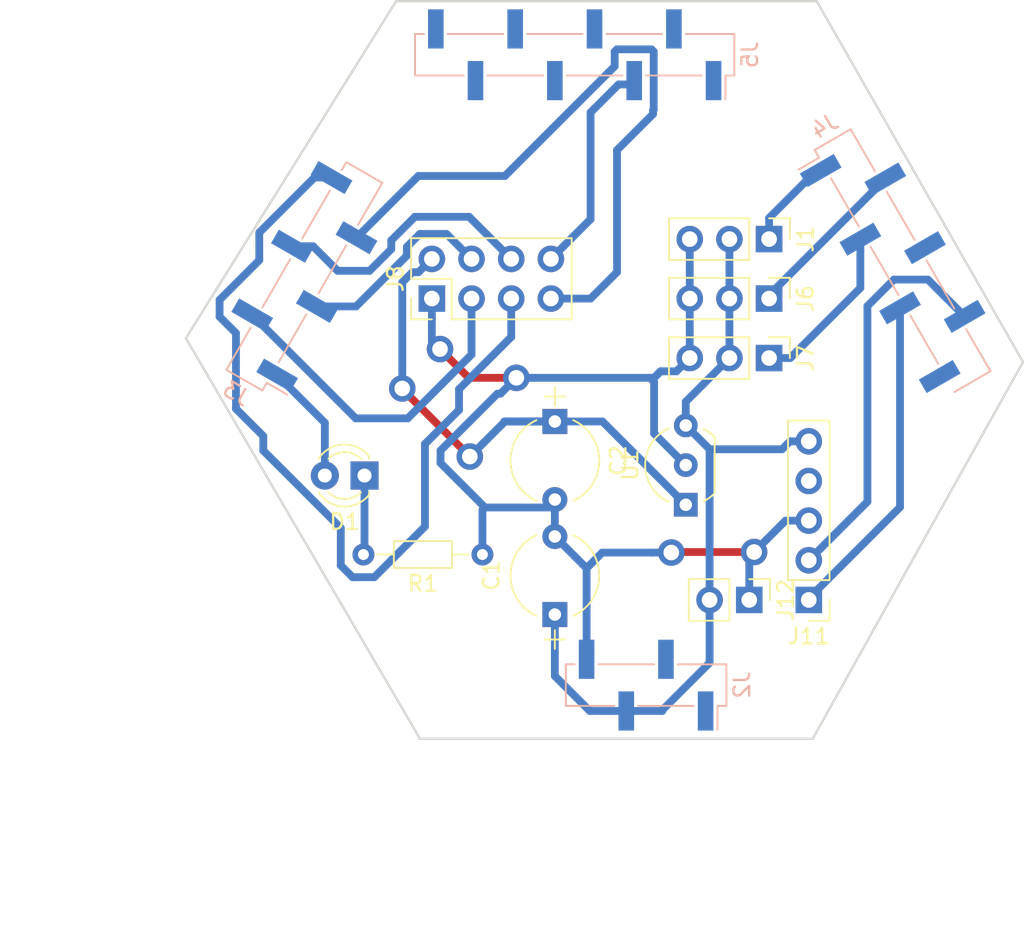
<source format=kicad_pcb>
(kicad_pcb (version 4) (host pcbnew 4.0.7-e2-6376~58~ubuntu14.04.1)

  (general
    (links 32)
    (no_connects 0)
    (area 150.699353 80.991999 216.910061 143.416)
    (thickness 1.6)
    (drawings 14)
    (tracks 160)
    (zones 0)
    (modules 15)
    (nets 17)
  )

  (page A4)
  (layers
    (0 F.Cu signal)
    (31 B.Cu signal)
    (32 B.Adhes user)
    (33 F.Adhes user)
    (34 B.Paste user)
    (35 F.Paste user)
    (36 B.SilkS user)
    (37 F.SilkS user)
    (38 B.Mask user)
    (39 F.Mask user)
    (40 Dwgs.User user)
    (41 Cmts.User user)
    (42 Eco1.User user)
    (43 Eco2.User user)
    (44 Edge.Cuts user)
    (45 Margin user hide)
    (46 B.CrtYd user hide)
    (47 F.CrtYd user hide)
    (48 B.Fab user hide)
    (49 F.Fab user hide)
  )

  (setup
    (last_trace_width 0.5)
    (trace_clearance 0.5)
    (zone_clearance 0.508)
    (zone_45_only no)
    (trace_min 0.5)
    (segment_width 0.15)
    (edge_width 0.15)
    (via_size 0.6)
    (via_drill 0.4)
    (via_min_size 0.4)
    (via_min_drill 0.3)
    (uvia_size 0.3)
    (uvia_drill 0.1)
    (uvias_allowed no)
    (uvia_min_size 0.2)
    (uvia_min_drill 0.1)
    (pcb_text_width 0.3)
    (pcb_text_size 1.5 1.5)
    (mod_edge_width 0.15)
    (mod_text_size 1 1)
    (mod_text_width 0.15)
    (pad_size 1.524 1.524)
    (pad_drill 0.762)
    (pad_to_mask_clearance 0.2)
    (aux_axis_origin 0 0)
    (visible_elements FFFFEF7F)
    (pcbplotparams
      (layerselection 0x01000_80000000)
      (usegerberextensions false)
      (excludeedgelayer true)
      (linewidth 0.100000)
      (plotframeref false)
      (viasonmask false)
      (mode 1)
      (useauxorigin false)
      (hpglpennumber 1)
      (hpglpenspeed 20)
      (hpglpendiameter 15)
      (hpglpenoverlay 2)
      (psnegative false)
      (psa4output false)
      (plotreference false)
      (plotvalue false)
      (plotinvisibletext false)
      (padsonsilk false)
      (subtractmaskfromsilk false)
      (outputformat 1)
      (mirror false)
      (drillshape 0)
      (scaleselection 1)
      (outputdirectory gerber))
  )

  (net 0 "")
  (net 1 "Net-(J1-Pad1)")
  (net 2 +5V)
  (net 3 Earth)
  (net 4 "Net-(D1-Pad1)")
  (net 5 "Net-(D1-Pad2)")
  (net 6 "Net-(J4-Pad2)")
  (net 7 "Net-(J4-Pad3)")
  (net 8 /CE)
  (net 9 /MOSI)
  (net 10 /MISO)
  (net 11 /SCK)
  (net 12 /IRQ)
  (net 13 /Reg3v)
  (net 14 /SCL)
  (net 15 /SDA)
  (net 16 "Net-(J3-Pad3)")

  (net_class Default "This is the default net class."
    (clearance 0.5)
    (trace_width 0.5)
    (via_dia 0.6)
    (via_drill 0.4)
    (uvia_dia 0.3)
    (uvia_drill 0.1)
    (add_net +5V)
    (add_net /CE)
    (add_net /IRQ)
    (add_net /MISO)
    (add_net /MOSI)
    (add_net /Reg3v)
    (add_net /SCK)
    (add_net /SCL)
    (add_net /SDA)
    (add_net Earth)
    (add_net "Net-(D1-Pad1)")
    (add_net "Net-(D1-Pad2)")
    (add_net "Net-(J1-Pad1)")
    (add_net "Net-(J3-Pad3)")
    (add_net "Net-(J4-Pad2)")
    (add_net "Net-(J4-Pad3)")
  )

  (module Pin_Headers:Pin_Header_Straight_1x06_Pitch2.54mm_SMD_Pin1Right (layer B.Cu) (tedit 59650532) (tstamp 5C98E62F)
    (at 170.397728 99.159761 330)
    (descr "surface-mounted straight pin header, 1x06, 2.54mm pitch, single row, style 2 (pin 1 right)")
    (tags "Surface mounted pin header SMD 1x06 2.54mm single row style2 pin1 right")
    (path /5AB7CA31)
    (attr smd)
    (fp_text reference J3 (at 0 8.68 330) (layer B.SilkS)
      (effects (font (size 1 1) (thickness 0.15)) (justify mirror))
    )
    (fp_text value "Port B" (at 0 -8.68 330) (layer B.Fab)
      (effects (font (size 1 1) (thickness 0.15)) (justify mirror))
    )
    (fp_line (start 1.27 -7.62) (end -1.27 -7.62) (layer B.Fab) (width 0.1))
    (fp_line (start -1.27 7.62) (end 0.32 7.62) (layer B.Fab) (width 0.1))
    (fp_line (start 1.27 -7.62) (end 1.27 6.67) (layer B.Fab) (width 0.1))
    (fp_line (start 1.27 6.67) (end 0.32 7.62) (layer B.Fab) (width 0.1))
    (fp_line (start -1.27 7.62) (end -1.27 -7.62) (layer B.Fab) (width 0.1))
    (fp_line (start -1.27 4.13) (end -2.54 4.13) (layer B.Fab) (width 0.1))
    (fp_line (start -2.54 4.13) (end -2.54 3.49) (layer B.Fab) (width 0.1))
    (fp_line (start -2.54 3.49) (end -1.27 3.49) (layer B.Fab) (width 0.1))
    (fp_line (start -1.27 -0.95) (end -2.54 -0.95) (layer B.Fab) (width 0.1))
    (fp_line (start -2.54 -0.95) (end -2.54 -1.59) (layer B.Fab) (width 0.1))
    (fp_line (start -2.54 -1.59) (end -1.27 -1.59) (layer B.Fab) (width 0.1))
    (fp_line (start -1.27 -6.03) (end -2.54 -6.03) (layer B.Fab) (width 0.1))
    (fp_line (start -2.54 -6.03) (end -2.54 -6.67) (layer B.Fab) (width 0.1))
    (fp_line (start -2.54 -6.67) (end -1.27 -6.67) (layer B.Fab) (width 0.1))
    (fp_line (start 1.27 6.67) (end 2.54 6.67) (layer B.Fab) (width 0.1))
    (fp_line (start 2.54 6.67) (end 2.54 6.03) (layer B.Fab) (width 0.1))
    (fp_line (start 2.54 6.03) (end 1.27 6.03) (layer B.Fab) (width 0.1))
    (fp_line (start 1.27 1.59) (end 2.54 1.59) (layer B.Fab) (width 0.1))
    (fp_line (start 2.54 1.59) (end 2.54 0.95) (layer B.Fab) (width 0.1))
    (fp_line (start 2.54 0.95) (end 1.27 0.95) (layer B.Fab) (width 0.1))
    (fp_line (start 1.27 -3.49) (end 2.54 -3.49) (layer B.Fab) (width 0.1))
    (fp_line (start 2.54 -3.49) (end 2.54 -4.13) (layer B.Fab) (width 0.1))
    (fp_line (start 2.54 -4.13) (end 1.27 -4.13) (layer B.Fab) (width 0.1))
    (fp_line (start -1.33 7.68) (end 1.33 7.68) (layer B.SilkS) (width 0.12))
    (fp_line (start -1.33 -7.68) (end 1.33 -7.68) (layer B.SilkS) (width 0.12))
    (fp_line (start 1.33 5.59) (end 1.33 2.03) (layer B.SilkS) (width 0.12))
    (fp_line (start 1.33 0.51) (end 1.33 -3.05) (layer B.SilkS) (width 0.12))
    (fp_line (start 1.33 -4.57) (end 1.33 -7.68) (layer B.SilkS) (width 0.12))
    (fp_line (start -1.33 7.68) (end -1.33 4.57) (layer B.SilkS) (width 0.12))
    (fp_line (start 1.33 7.11) (end 2.85 7.11) (layer B.SilkS) (width 0.12))
    (fp_line (start 1.33 7.68) (end 1.33 7.11) (layer B.SilkS) (width 0.12))
    (fp_line (start -1.33 -7.11) (end -1.33 -7.68) (layer B.SilkS) (width 0.12))
    (fp_line (start -1.33 3.05) (end -1.33 -0.51) (layer B.SilkS) (width 0.12))
    (fp_line (start -1.33 -2.03) (end -1.33 -5.59) (layer B.SilkS) (width 0.12))
    (fp_line (start -3.45 8.15) (end -3.45 -8.15) (layer B.CrtYd) (width 0.05))
    (fp_line (start -3.45 -8.15) (end 3.45 -8.15) (layer B.CrtYd) (width 0.05))
    (fp_line (start 3.45 -8.15) (end 3.45 8.15) (layer B.CrtYd) (width 0.05))
    (fp_line (start 3.45 8.15) (end -3.45 8.15) (layer B.CrtYd) (width 0.05))
    (fp_text user %R (at 0 0 600) (layer B.Fab)
      (effects (font (size 1 1) (thickness 0.15)) (justify mirror))
    )
    (pad 2 smd rect (at -1.655 3.81 330) (size 2.51 1) (layers B.Cu B.Paste B.Mask)
      (net 8 /CE))
    (pad 4 smd rect (at -1.655 -1.27 330) (size 2.51 1) (layers B.Cu B.Paste B.Mask)
      (net 9 /MOSI))
    (pad 6 smd rect (at -1.655 -6.35 330) (size 2.51 1) (layers B.Cu B.Paste B.Mask)
      (net 11 /SCK))
    (pad 1 smd rect (at 1.655 6.35 330) (size 2.51 1) (layers B.Cu B.Paste B.Mask)
      (net 5 "Net-(D1-Pad2)"))
    (pad 3 smd rect (at 1.655 1.27 330) (size 2.51 1) (layers B.Cu B.Paste B.Mask)
      (net 16 "Net-(J3-Pad3)"))
    (pad 5 smd rect (at 1.655 -3.81 330) (size 2.51 1) (layers B.Cu B.Paste B.Mask)
      (net 10 /MISO))
    (model ${KISYS3DMOD}/Pin_Headers.3dshapes/Pin_Header_Straight_1x06_Pitch2.54mm_SMD_Pin1Right.wrl
      (at (xyz 0 0 0))
      (scale (xyz 1 1 1))
      (rotate (xyz 0 0 0))
    )
  )

  (module Pin_Headers:Pin_Header_Straight_1x03_Pitch2.54mm (layer F.Cu) (tedit 59650532) (tstamp 5C923A64)
    (at 200.152 100.584 270)
    (descr "Through hole straight pin header, 1x03, 2.54mm pitch, single row")
    (tags "Through hole pin header THT 1x03 2.54mm single row")
    (path /5BBB46C0)
    (fp_text reference J6 (at 0 -2.33 270) (layer F.SilkS)
      (effects (font (size 1 1) (thickness 0.15)))
    )
    (fp_text value "Servo 2" (at 0 7.41 270) (layer F.Fab)
      (effects (font (size 1 1) (thickness 0.15)))
    )
    (fp_line (start -0.635 -1.27) (end 1.27 -1.27) (layer F.Fab) (width 0.1))
    (fp_line (start 1.27 -1.27) (end 1.27 6.35) (layer F.Fab) (width 0.1))
    (fp_line (start 1.27 6.35) (end -1.27 6.35) (layer F.Fab) (width 0.1))
    (fp_line (start -1.27 6.35) (end -1.27 -0.635) (layer F.Fab) (width 0.1))
    (fp_line (start -1.27 -0.635) (end -0.635 -1.27) (layer F.Fab) (width 0.1))
    (fp_line (start -1.33 6.41) (end 1.33 6.41) (layer F.SilkS) (width 0.12))
    (fp_line (start -1.33 1.27) (end -1.33 6.41) (layer F.SilkS) (width 0.12))
    (fp_line (start 1.33 1.27) (end 1.33 6.41) (layer F.SilkS) (width 0.12))
    (fp_line (start -1.33 1.27) (end 1.33 1.27) (layer F.SilkS) (width 0.12))
    (fp_line (start -1.33 0) (end -1.33 -1.33) (layer F.SilkS) (width 0.12))
    (fp_line (start -1.33 -1.33) (end 0 -1.33) (layer F.SilkS) (width 0.12))
    (fp_line (start -1.8 -1.8) (end -1.8 6.85) (layer F.CrtYd) (width 0.05))
    (fp_line (start -1.8 6.85) (end 1.8 6.85) (layer F.CrtYd) (width 0.05))
    (fp_line (start 1.8 6.85) (end 1.8 -1.8) (layer F.CrtYd) (width 0.05))
    (fp_line (start 1.8 -1.8) (end -1.8 -1.8) (layer F.CrtYd) (width 0.05))
    (fp_text user %R (at 0 2.54 360) (layer F.Fab)
      (effects (font (size 1 1) (thickness 0.15)))
    )
    (pad 1 thru_hole rect (at 0 0 270) (size 1.7 1.7) (drill 1) (layers *.Cu *.Mask)
      (net 6 "Net-(J4-Pad2)"))
    (pad 2 thru_hole oval (at 0 2.54 270) (size 1.7 1.7) (drill 1) (layers *.Cu *.Mask)
      (net 2 +5V))
    (pad 3 thru_hole oval (at 0 5.08 270) (size 1.7 1.7) (drill 1) (layers *.Cu *.Mask)
      (net 3 Earth))
    (model ${KISYS3DMOD}/Pin_Headers.3dshapes/Pin_Header_Straight_1x03_Pitch2.54mm.wrl
      (at (xyz 0 0 0))
      (scale (xyz 1 1 1))
      (rotate (xyz 0 0 0))
    )
  )

  (module Pin_Headers:Pin_Header_Straight_1x05_Pitch2.54mm (layer F.Cu) (tedit 59650532) (tstamp 5C923A7B)
    (at 202.692 119.888 180)
    (descr "Through hole straight pin header, 1x05, 2.54mm pitch, single row")
    (tags "Through hole pin header THT 1x05 2.54mm single row")
    (path /5C81939A)
    (fp_text reference J11 (at 0 -2.33 180) (layer F.SilkS)
      (effects (font (size 1 1) (thickness 0.15)))
    )
    (fp_text value Sensors (at 0 12.49 180) (layer F.Fab)
      (effects (font (size 1 1) (thickness 0.15)))
    )
    (fp_line (start -0.635 -1.27) (end 1.27 -1.27) (layer F.Fab) (width 0.1))
    (fp_line (start 1.27 -1.27) (end 1.27 11.43) (layer F.Fab) (width 0.1))
    (fp_line (start 1.27 11.43) (end -1.27 11.43) (layer F.Fab) (width 0.1))
    (fp_line (start -1.27 11.43) (end -1.27 -0.635) (layer F.Fab) (width 0.1))
    (fp_line (start -1.27 -0.635) (end -0.635 -1.27) (layer F.Fab) (width 0.1))
    (fp_line (start -1.33 11.49) (end 1.33 11.49) (layer F.SilkS) (width 0.12))
    (fp_line (start -1.33 1.27) (end -1.33 11.49) (layer F.SilkS) (width 0.12))
    (fp_line (start 1.33 1.27) (end 1.33 11.49) (layer F.SilkS) (width 0.12))
    (fp_line (start -1.33 1.27) (end 1.33 1.27) (layer F.SilkS) (width 0.12))
    (fp_line (start -1.33 0) (end -1.33 -1.33) (layer F.SilkS) (width 0.12))
    (fp_line (start -1.33 -1.33) (end 0 -1.33) (layer F.SilkS) (width 0.12))
    (fp_line (start -1.8 -1.8) (end -1.8 11.95) (layer F.CrtYd) (width 0.05))
    (fp_line (start -1.8 11.95) (end 1.8 11.95) (layer F.CrtYd) (width 0.05))
    (fp_line (start 1.8 11.95) (end 1.8 -1.8) (layer F.CrtYd) (width 0.05))
    (fp_line (start 1.8 -1.8) (end -1.8 -1.8) (layer F.CrtYd) (width 0.05))
    (fp_text user %R (at 0 5.08 270) (layer F.Fab)
      (effects (font (size 1 1) (thickness 0.15)))
    )
    (pad 1 thru_hole rect (at 0 0 180) (size 1.7 1.7) (drill 1) (layers *.Cu *.Mask)
      (net 15 /SDA))
    (pad 2 thru_hole oval (at 0 2.54 180) (size 1.7 1.7) (drill 1) (layers *.Cu *.Mask)
      (net 14 /SCL))
    (pad 3 thru_hole oval (at 0 5.08 180) (size 1.7 1.7) (drill 1) (layers *.Cu *.Mask)
      (net 3 Earth))
    (pad 4 thru_hole oval (at 0 7.62 180) (size 1.7 1.7) (drill 1) (layers *.Cu *.Mask))
    (pad 5 thru_hole oval (at 0 10.16 180) (size 1.7 1.7) (drill 1) (layers *.Cu *.Mask)
      (net 2 +5V))
    (model ${KISYS3DMOD}/Pin_Headers.3dshapes/Pin_Header_Straight_1x05_Pitch2.54mm.wrl
      (at (xyz 0 0 0))
      (scale (xyz 1 1 1))
      (rotate (xyz 0 0 0))
    )
  )

  (module Pin_Headers:Pin_Header_Straight_1x07_Pitch2.54mm_SMD_Pin1Right (layer B.Cu) (tedit 59650532) (tstamp 5C98E638)
    (at 208.697272 98.151091 210)
    (descr "surface-mounted straight pin header, 1x07, 2.54mm pitch, single row, style 2 (pin 1 right)")
    (tags "Surface mounted pin header SMD 1x07 2.54mm single row style2 pin1 right")
    (path /5AB7C2DC)
    (attr smd)
    (fp_text reference J4 (at 0 9.95 210) (layer B.SilkS)
      (effects (font (size 1 1) (thickness 0.15)) (justify mirror))
    )
    (fp_text value "Port C" (at 0 -9.95 210) (layer B.Fab)
      (effects (font (size 1 1) (thickness 0.15)) (justify mirror))
    )
    (fp_line (start 1.27 -8.89) (end -1.27 -8.89) (layer B.Fab) (width 0.1))
    (fp_line (start -1.27 8.89) (end 0.32 8.89) (layer B.Fab) (width 0.1))
    (fp_line (start 1.27 -8.89) (end 1.27 7.94) (layer B.Fab) (width 0.1))
    (fp_line (start 1.27 7.94) (end 0.32 8.89) (layer B.Fab) (width 0.1))
    (fp_line (start -1.27 8.89) (end -1.27 -8.89) (layer B.Fab) (width 0.1))
    (fp_line (start -1.27 5.4) (end -2.54 5.4) (layer B.Fab) (width 0.1))
    (fp_line (start -2.54 5.4) (end -2.54 4.76) (layer B.Fab) (width 0.1))
    (fp_line (start -2.54 4.76) (end -1.27 4.76) (layer B.Fab) (width 0.1))
    (fp_line (start -1.27 0.32) (end -2.54 0.32) (layer B.Fab) (width 0.1))
    (fp_line (start -2.54 0.32) (end -2.54 -0.32) (layer B.Fab) (width 0.1))
    (fp_line (start -2.54 -0.32) (end -1.27 -0.32) (layer B.Fab) (width 0.1))
    (fp_line (start -1.27 -4.76) (end -2.54 -4.76) (layer B.Fab) (width 0.1))
    (fp_line (start -2.54 -4.76) (end -2.54 -5.4) (layer B.Fab) (width 0.1))
    (fp_line (start -2.54 -5.4) (end -1.27 -5.4) (layer B.Fab) (width 0.1))
    (fp_line (start 1.27 7.94) (end 2.54 7.94) (layer B.Fab) (width 0.1))
    (fp_line (start 2.54 7.94) (end 2.54 7.3) (layer B.Fab) (width 0.1))
    (fp_line (start 2.54 7.3) (end 1.27 7.3) (layer B.Fab) (width 0.1))
    (fp_line (start 1.27 2.86) (end 2.54 2.86) (layer B.Fab) (width 0.1))
    (fp_line (start 2.54 2.86) (end 2.54 2.22) (layer B.Fab) (width 0.1))
    (fp_line (start 2.54 2.22) (end 1.27 2.22) (layer B.Fab) (width 0.1))
    (fp_line (start 1.27 -2.22) (end 2.54 -2.22) (layer B.Fab) (width 0.1))
    (fp_line (start 2.54 -2.22) (end 2.54 -2.86) (layer B.Fab) (width 0.1))
    (fp_line (start 2.54 -2.86) (end 1.27 -2.86) (layer B.Fab) (width 0.1))
    (fp_line (start 1.27 -7.3) (end 2.54 -7.3) (layer B.Fab) (width 0.1))
    (fp_line (start 2.54 -7.3) (end 2.54 -7.94) (layer B.Fab) (width 0.1))
    (fp_line (start 2.54 -7.94) (end 1.27 -7.94) (layer B.Fab) (width 0.1))
    (fp_line (start -1.33 8.95) (end 1.33 8.95) (layer B.SilkS) (width 0.12))
    (fp_line (start -1.33 -8.95) (end 1.33 -8.95) (layer B.SilkS) (width 0.12))
    (fp_line (start 1.33 6.86) (end 1.33 3.3) (layer B.SilkS) (width 0.12))
    (fp_line (start 1.33 1.78) (end 1.33 -1.78) (layer B.SilkS) (width 0.12))
    (fp_line (start 1.33 -3.3) (end 1.33 -6.86) (layer B.SilkS) (width 0.12))
    (fp_line (start -1.33 8.95) (end -1.33 5.84) (layer B.SilkS) (width 0.12))
    (fp_line (start 1.33 8.38) (end 2.85 8.38) (layer B.SilkS) (width 0.12))
    (fp_line (start 1.33 8.95) (end 1.33 8.38) (layer B.SilkS) (width 0.12))
    (fp_line (start -1.33 -8.38) (end -1.33 -8.95) (layer B.SilkS) (width 0.12))
    (fp_line (start -1.33 4.32) (end -1.33 0.76) (layer B.SilkS) (width 0.12))
    (fp_line (start -1.33 -0.76) (end -1.33 -4.32) (layer B.SilkS) (width 0.12))
    (fp_line (start -1.33 -5.84) (end -1.33 -8.95) (layer B.SilkS) (width 0.12))
    (fp_line (start -3.45 9.4) (end -3.45 -9.4) (layer B.CrtYd) (width 0.05))
    (fp_line (start -3.45 -9.4) (end 3.45 -9.4) (layer B.CrtYd) (width 0.05))
    (fp_line (start 3.45 -9.4) (end 3.45 9.4) (layer B.CrtYd) (width 0.05))
    (fp_line (start 3.45 9.4) (end -3.45 9.4) (layer B.CrtYd) (width 0.05))
    (fp_text user %R (at 0 0 480) (layer B.Fab)
      (effects (font (size 1 1) (thickness 0.15)) (justify mirror))
    )
    (pad 2 smd rect (at -1.655 5.08 210) (size 2.51 1) (layers B.Cu B.Paste B.Mask)
      (net 6 "Net-(J4-Pad2)"))
    (pad 4 smd rect (at -1.655 0 210) (size 2.51 1) (layers B.Cu B.Paste B.Mask))
    (pad 6 smd rect (at -1.655 -5.08 210) (size 2.51 1) (layers B.Cu B.Paste B.Mask)
      (net 14 /SCL))
    (pad 1 smd rect (at 1.655 7.62 210) (size 2.51 1) (layers B.Cu B.Paste B.Mask)
      (net 1 "Net-(J1-Pad1)"))
    (pad 3 smd rect (at 1.655 2.54 210) (size 2.51 1) (layers B.Cu B.Paste B.Mask)
      (net 7 "Net-(J4-Pad3)"))
    (pad 5 smd rect (at 1.655 -2.54 210) (size 2.51 1) (layers B.Cu B.Paste B.Mask)
      (net 15 /SDA))
    (pad 7 smd rect (at 1.655 -7.62 210) (size 2.51 1) (layers B.Cu B.Paste B.Mask))
    (model ${KISYS3DMOD}/Pin_Headers.3dshapes/Pin_Header_Straight_1x07_Pitch2.54mm_SMD_Pin1Right.wrl
      (at (xyz 0 0 0))
      (scale (xyz 1 1 1))
      (rotate (xyz 0 0 0))
    )
  )

  (module Pin_Headers:Pin_Header_Straight_1x04_Pitch2.54mm_SMD_Pin1Left (layer B.Cu) (tedit 59650532) (tstamp 5C923A3F)
    (at 192.278 125.345 90)
    (descr "surface-mounted straight pin header, 1x04, 2.54mm pitch, single row, style 1 (pin 1 left)")
    (tags "Surface mounted pin header SMD 1x04 2.54mm single row style1 pin1 left")
    (path /5AB7BCE5)
    (attr smd)
    (fp_text reference J2 (at 0 6.14 90) (layer B.SilkS)
      (effects (font (size 1 1) (thickness 0.15)) (justify mirror))
    )
    (fp_text value Power/i2c (at 0 -6.14 90) (layer B.Fab)
      (effects (font (size 1 1) (thickness 0.15)) (justify mirror))
    )
    (fp_line (start 1.27 -5.08) (end -1.27 -5.08) (layer B.Fab) (width 0.1))
    (fp_line (start -0.32 5.08) (end 1.27 5.08) (layer B.Fab) (width 0.1))
    (fp_line (start -1.27 -5.08) (end -1.27 4.13) (layer B.Fab) (width 0.1))
    (fp_line (start -1.27 4.13) (end -0.32 5.08) (layer B.Fab) (width 0.1))
    (fp_line (start 1.27 5.08) (end 1.27 -5.08) (layer B.Fab) (width 0.1))
    (fp_line (start -1.27 4.13) (end -2.54 4.13) (layer B.Fab) (width 0.1))
    (fp_line (start -2.54 4.13) (end -2.54 3.49) (layer B.Fab) (width 0.1))
    (fp_line (start -2.54 3.49) (end -1.27 3.49) (layer B.Fab) (width 0.1))
    (fp_line (start -1.27 -0.95) (end -2.54 -0.95) (layer B.Fab) (width 0.1))
    (fp_line (start -2.54 -0.95) (end -2.54 -1.59) (layer B.Fab) (width 0.1))
    (fp_line (start -2.54 -1.59) (end -1.27 -1.59) (layer B.Fab) (width 0.1))
    (fp_line (start 1.27 1.59) (end 2.54 1.59) (layer B.Fab) (width 0.1))
    (fp_line (start 2.54 1.59) (end 2.54 0.95) (layer B.Fab) (width 0.1))
    (fp_line (start 2.54 0.95) (end 1.27 0.95) (layer B.Fab) (width 0.1))
    (fp_line (start 1.27 -3.49) (end 2.54 -3.49) (layer B.Fab) (width 0.1))
    (fp_line (start 2.54 -3.49) (end 2.54 -4.13) (layer B.Fab) (width 0.1))
    (fp_line (start 2.54 -4.13) (end 1.27 -4.13) (layer B.Fab) (width 0.1))
    (fp_line (start -1.33 5.14) (end 1.33 5.14) (layer B.SilkS) (width 0.12))
    (fp_line (start -1.33 -5.14) (end 1.33 -5.14) (layer B.SilkS) (width 0.12))
    (fp_line (start 1.33 5.14) (end 1.33 2.03) (layer B.SilkS) (width 0.12))
    (fp_line (start -1.33 4.57) (end -2.85 4.57) (layer B.SilkS) (width 0.12))
    (fp_line (start -1.33 5.14) (end -1.33 4.57) (layer B.SilkS) (width 0.12))
    (fp_line (start 1.33 -4.57) (end 1.33 -5.14) (layer B.SilkS) (width 0.12))
    (fp_line (start 1.33 0.51) (end 1.33 -3.05) (layer B.SilkS) (width 0.12))
    (fp_line (start -1.33 3.05) (end -1.33 -0.51) (layer B.SilkS) (width 0.12))
    (fp_line (start -1.33 -2.03) (end -1.33 -5.14) (layer B.SilkS) (width 0.12))
    (fp_line (start -3.45 5.6) (end -3.45 -5.6) (layer B.CrtYd) (width 0.05))
    (fp_line (start -3.45 -5.6) (end 3.45 -5.6) (layer B.CrtYd) (width 0.05))
    (fp_line (start 3.45 -5.6) (end 3.45 5.6) (layer B.CrtYd) (width 0.05))
    (fp_line (start 3.45 5.6) (end -3.45 5.6) (layer B.CrtYd) (width 0.05))
    (fp_text user %R (at 0 0 360) (layer B.Fab)
      (effects (font (size 1 1) (thickness 0.15)) (justify mirror))
    )
    (pad 1 smd rect (at -1.655 3.81 90) (size 2.51 1) (layers B.Cu B.Paste B.Mask))
    (pad 3 smd rect (at -1.655 -1.27 90) (size 2.51 1) (layers B.Cu B.Paste B.Mask)
      (net 2 +5V))
    (pad 2 smd rect (at 1.655 1.27 90) (size 2.51 1) (layers B.Cu B.Paste B.Mask))
    (pad 4 smd rect (at 1.655 -3.81 90) (size 2.51 1) (layers B.Cu B.Paste B.Mask)
      (net 3 Earth))
    (model ${KISYS3DMOD}/Pin_Headers.3dshapes/Pin_Header_Straight_1x04_Pitch2.54mm_SMD_Pin1Left.wrl
      (at (xyz 0 0 0))
      (scale (xyz 1 1 1))
      (rotate (xyz 0 0 0))
    )
  )

  (module Capacitors_THT:CP_Radial_Tantal_D5.5mm_P5.00mm (layer F.Cu) (tedit 597C781B) (tstamp 5BC04FC0)
    (at 186.436 108.458 270)
    (descr "CP, Radial_Tantal series, Radial, pin pitch=5.00mm, , diameter=5.5mm, Tantal Electrolytic Capacitor, http://cdn-reichelt.de/documents/datenblatt/B300/TANTAL-TB-Serie%23.pdf")
    (tags "CP Radial_Tantal series Radial pin pitch 5.00mm  diameter 5.5mm Tantal Electrolytic Capacitor")
    (path /5BBB7B4C)
    (fp_text reference C2 (at 2.5 -4.06 270) (layer F.SilkS)
      (effects (font (size 1 1) (thickness 0.15)))
    )
    (fp_text value CP (at 2.5 4.06 270) (layer F.Fab)
      (effects (font (size 1 1) (thickness 0.15)))
    )
    (fp_arc (start 2.5 0) (end -0.083254 -1.18) (angle 130.9) (layer F.SilkS) (width 0.12))
    (fp_arc (start 2.5 0) (end -0.083254 1.18) (angle -130.9) (layer F.SilkS) (width 0.12))
    (fp_circle (center 2.5 0) (end 5.25 0) (layer F.Fab) (width 0.1))
    (fp_line (start -2.2 0) (end -1 0) (layer F.Fab) (width 0.1))
    (fp_line (start -1.6 -0.65) (end -1.6 0.65) (layer F.Fab) (width 0.1))
    (fp_line (start -2.2 0) (end -1 0) (layer F.SilkS) (width 0.12))
    (fp_line (start -1.6 -0.65) (end -1.6 0.65) (layer F.SilkS) (width 0.12))
    (fp_line (start -1.05 -3.1) (end -1.05 3.1) (layer F.CrtYd) (width 0.05))
    (fp_line (start -1.05 3.1) (end 6.05 3.1) (layer F.CrtYd) (width 0.05))
    (fp_line (start 6.05 3.1) (end 6.05 -3.1) (layer F.CrtYd) (width 0.05))
    (fp_line (start 6.05 -3.1) (end -1.05 -3.1) (layer F.CrtYd) (width 0.05))
    (fp_text user %R (at 2.6 0.07 270) (layer F.Fab)
      (effects (font (size 1 1) (thickness 0.15)))
    )
    (pad 1 thru_hole rect (at 0 0 270) (size 1.6 1.6) (drill 0.8) (layers *.Cu *.Mask)
      (net 13 /Reg3v))
    (pad 2 thru_hole circle (at 5 0 270) (size 1.6 1.6) (drill 0.8) (layers *.Cu *.Mask)
      (net 3 Earth))
    (model ${KISYS3DMOD}/Capacitors_THT.3dshapes/CP_Radial_Tantal_D5.5mm_P5.00mm.wrl
      (at (xyz 0 0 0))
      (scale (xyz 1 1 1))
      (rotate (xyz 0 0 0))
    )
  )

  (module Resistors_THT:R_Axial_DIN0204_L3.6mm_D1.6mm_P7.62mm_Horizontal (layer F.Cu) (tedit 5874F706) (tstamp 5BBC4080)
    (at 181.8 116.98 180)
    (descr "Resistor, Axial_DIN0204 series, Axial, Horizontal, pin pitch=7.62mm, 0.16666666666666666W = 1/6W, length*diameter=3.6*1.6mm^2, http://cdn-reichelt.de/documents/datenblatt/B400/1_4W%23YAG.pdf")
    (tags "Resistor Axial_DIN0204 series Axial Horizontal pin pitch 7.62mm 0.16666666666666666W = 1/6W length 3.6mm diameter 1.6mm")
    (path /5BBB950A)
    (fp_text reference R1 (at 3.81 -1.86 180) (layer F.SilkS)
      (effects (font (size 1 1) (thickness 0.15)))
    )
    (fp_text value R (at 3.81 1.86 180) (layer F.Fab)
      (effects (font (size 1 1) (thickness 0.15)))
    )
    (fp_line (start 2.01 -0.8) (end 2.01 0.8) (layer F.Fab) (width 0.1))
    (fp_line (start 2.01 0.8) (end 5.61 0.8) (layer F.Fab) (width 0.1))
    (fp_line (start 5.61 0.8) (end 5.61 -0.8) (layer F.Fab) (width 0.1))
    (fp_line (start 5.61 -0.8) (end 2.01 -0.8) (layer F.Fab) (width 0.1))
    (fp_line (start 0 0) (end 2.01 0) (layer F.Fab) (width 0.1))
    (fp_line (start 7.62 0) (end 5.61 0) (layer F.Fab) (width 0.1))
    (fp_line (start 1.95 -0.86) (end 1.95 0.86) (layer F.SilkS) (width 0.12))
    (fp_line (start 1.95 0.86) (end 5.67 0.86) (layer F.SilkS) (width 0.12))
    (fp_line (start 5.67 0.86) (end 5.67 -0.86) (layer F.SilkS) (width 0.12))
    (fp_line (start 5.67 -0.86) (end 1.95 -0.86) (layer F.SilkS) (width 0.12))
    (fp_line (start 0.88 0) (end 1.95 0) (layer F.SilkS) (width 0.12))
    (fp_line (start 6.74 0) (end 5.67 0) (layer F.SilkS) (width 0.12))
    (fp_line (start -0.95 -1.15) (end -0.95 1.15) (layer F.CrtYd) (width 0.05))
    (fp_line (start -0.95 1.15) (end 8.6 1.15) (layer F.CrtYd) (width 0.05))
    (fp_line (start 8.6 1.15) (end 8.6 -1.15) (layer F.CrtYd) (width 0.05))
    (fp_line (start 8.6 -1.15) (end -0.95 -1.15) (layer F.CrtYd) (width 0.05))
    (pad 1 thru_hole circle (at 0 0 180) (size 1.4 1.4) (drill 0.7) (layers *.Cu *.Mask)
      (net 3 Earth))
    (pad 2 thru_hole oval (at 7.62 0 180) (size 1.4 1.4) (drill 0.7) (layers *.Cu *.Mask)
      (net 4 "Net-(D1-Pad1)"))
    (model ${KISYS3DMOD}/Resistors_THT.3dshapes/R_Axial_DIN0204_L3.6mm_D1.6mm_P7.62mm_Horizontal.wrl
      (at (xyz 0 0 0))
      (scale (xyz 0.393701 0.393701 0.393701))
      (rotate (xyz 0 0 0))
    )
  )

  (module LEDs:LED_D3.0mm_FlatTop (layer F.Cu) (tedit 5880A862) (tstamp 5BBC4067)
    (at 174.25 111.92 180)
    (descr "LED, Round, FlatTop, diameter 3.0mm, 2 pins, http://www.kingbright.com/attachments/file/psearch/000/00/00/L-47XEC(Ver.9A).pdf")
    (tags "LED Round FlatTop diameter 3.0mm 2 pins")
    (path /5BBB94A5)
    (fp_text reference D1 (at 1.27 -2.96 180) (layer F.SilkS)
      (effects (font (size 1 1) (thickness 0.15)))
    )
    (fp_text value LED (at 1.27 2.96 180) (layer F.Fab)
      (effects (font (size 1 1) (thickness 0.15)))
    )
    (fp_arc (start 1.27 0) (end -0.23 -1.16619) (angle 284.3) (layer F.Fab) (width 0.1))
    (fp_arc (start 1.27 0) (end -0.29 -1.235516) (angle 108.8) (layer F.SilkS) (width 0.12))
    (fp_arc (start 1.27 0) (end -0.29 1.235516) (angle -108.8) (layer F.SilkS) (width 0.12))
    (fp_arc (start 1.27 0) (end 0.229039 -1.08) (angle 87.9) (layer F.SilkS) (width 0.12))
    (fp_arc (start 1.27 0) (end 0.229039 1.08) (angle -87.9) (layer F.SilkS) (width 0.12))
    (fp_circle (center 1.27 0) (end 2.77 0) (layer F.Fab) (width 0.1))
    (fp_line (start -0.23 -1.16619) (end -0.23 1.16619) (layer F.Fab) (width 0.1))
    (fp_line (start -0.29 -1.236) (end -0.29 -1.08) (layer F.SilkS) (width 0.12))
    (fp_line (start -0.29 1.08) (end -0.29 1.236) (layer F.SilkS) (width 0.12))
    (fp_line (start -1.15 -2.25) (end -1.15 2.25) (layer F.CrtYd) (width 0.05))
    (fp_line (start -1.15 2.25) (end 3.7 2.25) (layer F.CrtYd) (width 0.05))
    (fp_line (start 3.7 2.25) (end 3.7 -2.25) (layer F.CrtYd) (width 0.05))
    (fp_line (start 3.7 -2.25) (end -1.15 -2.25) (layer F.CrtYd) (width 0.05))
    (pad 1 thru_hole rect (at 0 0 180) (size 1.8 1.8) (drill 0.9) (layers *.Cu *.Mask)
      (net 4 "Net-(D1-Pad1)"))
    (pad 2 thru_hole circle (at 2.54 0 180) (size 1.8 1.8) (drill 0.9) (layers *.Cu *.Mask)
      (net 5 "Net-(D1-Pad2)"))
    (model ${KISYS3DMOD}/LEDs.3dshapes/LED_D3.0mm_FlatTop.wrl
      (at (xyz 0 0 0))
      (scale (xyz 0.393701 0.393701 0.393701))
      (rotate (xyz 0 0 0))
    )
  )

  (module Capacitors_THT:CP_Radial_Tantal_D5.5mm_P5.00mm (layer F.Cu) (tedit 597C781B) (tstamp 5BC04FAF)
    (at 186.436 120.824 90)
    (descr "CP, Radial_Tantal series, Radial, pin pitch=5.00mm, , diameter=5.5mm, Tantal Electrolytic Capacitor, http://cdn-reichelt.de/documents/datenblatt/B300/TANTAL-TB-Serie%23.pdf")
    (tags "CP Radial_Tantal series Radial pin pitch 5.00mm  diameter 5.5mm Tantal Electrolytic Capacitor")
    (path /5BBB776B)
    (fp_text reference C1 (at 2.5 -4.06 90) (layer F.SilkS)
      (effects (font (size 1 1) (thickness 0.15)))
    )
    (fp_text value CP (at 2.5 4.06 90) (layer F.Fab)
      (effects (font (size 1 1) (thickness 0.15)))
    )
    (fp_arc (start 2.5 0) (end -0.083254 -1.18) (angle 130.9) (layer F.SilkS) (width 0.12))
    (fp_arc (start 2.5 0) (end -0.083254 1.18) (angle -130.9) (layer F.SilkS) (width 0.12))
    (fp_circle (center 2.5 0) (end 5.25 0) (layer F.Fab) (width 0.1))
    (fp_line (start -2.2 0) (end -1 0) (layer F.Fab) (width 0.1))
    (fp_line (start -1.6 -0.65) (end -1.6 0.65) (layer F.Fab) (width 0.1))
    (fp_line (start -2.2 0) (end -1 0) (layer F.SilkS) (width 0.12))
    (fp_line (start -1.6 -0.65) (end -1.6 0.65) (layer F.SilkS) (width 0.12))
    (fp_line (start -1.05 -3.1) (end -1.05 3.1) (layer F.CrtYd) (width 0.05))
    (fp_line (start -1.05 3.1) (end 6.05 3.1) (layer F.CrtYd) (width 0.05))
    (fp_line (start 6.05 3.1) (end 6.05 -3.1) (layer F.CrtYd) (width 0.05))
    (fp_line (start 6.05 -3.1) (end -1.05 -3.1) (layer F.CrtYd) (width 0.05))
    (fp_text user %R (at 2.5 0 90) (layer F.Fab)
      (effects (font (size 1 1) (thickness 0.15)))
    )
    (pad 1 thru_hole rect (at 0 0 90) (size 1.6 1.6) (drill 0.8) (layers *.Cu *.Mask)
      (net 2 +5V))
    (pad 2 thru_hole circle (at 5 0 90) (size 1.6 1.6) (drill 0.8) (layers *.Cu *.Mask)
      (net 3 Earth))
    (model ${KISYS3DMOD}/Capacitors_THT.3dshapes/CP_Radial_Tantal_D5.5mm_P5.00mm.wrl
      (at (xyz 0 0 0))
      (scale (xyz 1 1 1))
      (rotate (xyz 0 0 0))
    )
  )

  (module Pin_Headers:Pin_Header_Straight_1x03_Pitch2.54mm (layer F.Cu) (tedit 59650532) (tstamp 5C923A39)
    (at 200.152 96.774 270)
    (descr "Through hole straight pin header, 1x03, 2.54mm pitch, single row")
    (tags "Through hole pin header THT 1x03 2.54mm single row")
    (path /5BBB4667)
    (fp_text reference J1 (at 0 -2.33 270) (layer F.SilkS)
      (effects (font (size 1 1) (thickness 0.15)))
    )
    (fp_text value "Servo 1" (at 0 7.41 270) (layer F.Fab)
      (effects (font (size 1 1) (thickness 0.15)))
    )
    (fp_line (start -0.635 -1.27) (end 1.27 -1.27) (layer F.Fab) (width 0.1))
    (fp_line (start 1.27 -1.27) (end 1.27 6.35) (layer F.Fab) (width 0.1))
    (fp_line (start 1.27 6.35) (end -1.27 6.35) (layer F.Fab) (width 0.1))
    (fp_line (start -1.27 6.35) (end -1.27 -0.635) (layer F.Fab) (width 0.1))
    (fp_line (start -1.27 -0.635) (end -0.635 -1.27) (layer F.Fab) (width 0.1))
    (fp_line (start -1.33 6.41) (end 1.33 6.41) (layer F.SilkS) (width 0.12))
    (fp_line (start -1.33 1.27) (end -1.33 6.41) (layer F.SilkS) (width 0.12))
    (fp_line (start 1.33 1.27) (end 1.33 6.41) (layer F.SilkS) (width 0.12))
    (fp_line (start -1.33 1.27) (end 1.33 1.27) (layer F.SilkS) (width 0.12))
    (fp_line (start -1.33 0) (end -1.33 -1.33) (layer F.SilkS) (width 0.12))
    (fp_line (start -1.33 -1.33) (end 0 -1.33) (layer F.SilkS) (width 0.12))
    (fp_line (start -1.8 -1.8) (end -1.8 6.85) (layer F.CrtYd) (width 0.05))
    (fp_line (start -1.8 6.85) (end 1.8 6.85) (layer F.CrtYd) (width 0.05))
    (fp_line (start 1.8 6.85) (end 1.8 -1.8) (layer F.CrtYd) (width 0.05))
    (fp_line (start 1.8 -1.8) (end -1.8 -1.8) (layer F.CrtYd) (width 0.05))
    (fp_text user %R (at 0 2.54 360) (layer F.Fab)
      (effects (font (size 1 1) (thickness 0.15)))
    )
    (pad 1 thru_hole rect (at 0 0 270) (size 1.7 1.7) (drill 1) (layers *.Cu *.Mask)
      (net 1 "Net-(J1-Pad1)"))
    (pad 2 thru_hole oval (at 0 2.54 270) (size 1.7 1.7) (drill 1) (layers *.Cu *.Mask)
      (net 2 +5V))
    (pad 3 thru_hole oval (at 0 5.08 270) (size 1.7 1.7) (drill 1) (layers *.Cu *.Mask)
      (net 3 Earth))
    (model ${KISYS3DMOD}/Pin_Headers.3dshapes/Pin_Header_Straight_1x03_Pitch2.54mm.wrl
      (at (xyz 0 0 0))
      (scale (xyz 1 1 1))
      (rotate (xyz 0 0 0))
    )
  )

  (module Pin_Headers:Pin_Header_Straight_1x08_Pitch2.54mm_SMD_Pin1Left (layer B.Cu) (tedit 59650532) (tstamp 5C923A59)
    (at 187.706 84.967 90)
    (descr "surface-mounted straight pin header, 1x08, 2.54mm pitch, single row, style 1 (pin 1 left)")
    (tags "Surface mounted pin header SMD 1x08 2.54mm single row style1 pin1 left")
    (path /5AB7BD68)
    (attr smd)
    (fp_text reference J5 (at 0 11.22 90) (layer B.SilkS)
      (effects (font (size 1 1) (thickness 0.15)) (justify mirror))
    )
    (fp_text value "Port D" (at 0 -11.22 90) (layer B.Fab)
      (effects (font (size 1 1) (thickness 0.15)) (justify mirror))
    )
    (fp_line (start 1.27 -10.16) (end -1.27 -10.16) (layer B.Fab) (width 0.1))
    (fp_line (start -0.32 10.16) (end 1.27 10.16) (layer B.Fab) (width 0.1))
    (fp_line (start -1.27 -10.16) (end -1.27 9.21) (layer B.Fab) (width 0.1))
    (fp_line (start -1.27 9.21) (end -0.32 10.16) (layer B.Fab) (width 0.1))
    (fp_line (start 1.27 10.16) (end 1.27 -10.16) (layer B.Fab) (width 0.1))
    (fp_line (start -1.27 9.21) (end -2.54 9.21) (layer B.Fab) (width 0.1))
    (fp_line (start -2.54 9.21) (end -2.54 8.57) (layer B.Fab) (width 0.1))
    (fp_line (start -2.54 8.57) (end -1.27 8.57) (layer B.Fab) (width 0.1))
    (fp_line (start -1.27 4.13) (end -2.54 4.13) (layer B.Fab) (width 0.1))
    (fp_line (start -2.54 4.13) (end -2.54 3.49) (layer B.Fab) (width 0.1))
    (fp_line (start -2.54 3.49) (end -1.27 3.49) (layer B.Fab) (width 0.1))
    (fp_line (start -1.27 -0.95) (end -2.54 -0.95) (layer B.Fab) (width 0.1))
    (fp_line (start -2.54 -0.95) (end -2.54 -1.59) (layer B.Fab) (width 0.1))
    (fp_line (start -2.54 -1.59) (end -1.27 -1.59) (layer B.Fab) (width 0.1))
    (fp_line (start -1.27 -6.03) (end -2.54 -6.03) (layer B.Fab) (width 0.1))
    (fp_line (start -2.54 -6.03) (end -2.54 -6.67) (layer B.Fab) (width 0.1))
    (fp_line (start -2.54 -6.67) (end -1.27 -6.67) (layer B.Fab) (width 0.1))
    (fp_line (start 1.27 6.67) (end 2.54 6.67) (layer B.Fab) (width 0.1))
    (fp_line (start 2.54 6.67) (end 2.54 6.03) (layer B.Fab) (width 0.1))
    (fp_line (start 2.54 6.03) (end 1.27 6.03) (layer B.Fab) (width 0.1))
    (fp_line (start 1.27 1.59) (end 2.54 1.59) (layer B.Fab) (width 0.1))
    (fp_line (start 2.54 1.59) (end 2.54 0.95) (layer B.Fab) (width 0.1))
    (fp_line (start 2.54 0.95) (end 1.27 0.95) (layer B.Fab) (width 0.1))
    (fp_line (start 1.27 -3.49) (end 2.54 -3.49) (layer B.Fab) (width 0.1))
    (fp_line (start 2.54 -3.49) (end 2.54 -4.13) (layer B.Fab) (width 0.1))
    (fp_line (start 2.54 -4.13) (end 1.27 -4.13) (layer B.Fab) (width 0.1))
    (fp_line (start 1.27 -8.57) (end 2.54 -8.57) (layer B.Fab) (width 0.1))
    (fp_line (start 2.54 -8.57) (end 2.54 -9.21) (layer B.Fab) (width 0.1))
    (fp_line (start 2.54 -9.21) (end 1.27 -9.21) (layer B.Fab) (width 0.1))
    (fp_line (start -1.33 10.22) (end 1.33 10.22) (layer B.SilkS) (width 0.12))
    (fp_line (start -1.33 -10.22) (end 1.33 -10.22) (layer B.SilkS) (width 0.12))
    (fp_line (start 1.33 10.22) (end 1.33 7.11) (layer B.SilkS) (width 0.12))
    (fp_line (start -1.33 9.65) (end -2.85 9.65) (layer B.SilkS) (width 0.12))
    (fp_line (start -1.33 10.22) (end -1.33 9.65) (layer B.SilkS) (width 0.12))
    (fp_line (start 1.33 -9.65) (end 1.33 -10.22) (layer B.SilkS) (width 0.12))
    (fp_line (start 1.33 5.59) (end 1.33 2.03) (layer B.SilkS) (width 0.12))
    (fp_line (start 1.33 0.51) (end 1.33 -3.05) (layer B.SilkS) (width 0.12))
    (fp_line (start 1.33 -4.57) (end 1.33 -8.13) (layer B.SilkS) (width 0.12))
    (fp_line (start -1.33 8.13) (end -1.33 4.57) (layer B.SilkS) (width 0.12))
    (fp_line (start -1.33 3.05) (end -1.33 -0.51) (layer B.SilkS) (width 0.12))
    (fp_line (start -1.33 -2.03) (end -1.33 -5.59) (layer B.SilkS) (width 0.12))
    (fp_line (start -1.33 -7.11) (end -1.33 -10.22) (layer B.SilkS) (width 0.12))
    (fp_line (start -3.45 10.7) (end -3.45 -10.7) (layer B.CrtYd) (width 0.05))
    (fp_line (start -3.45 -10.7) (end 3.45 -10.7) (layer B.CrtYd) (width 0.05))
    (fp_line (start 3.45 -10.7) (end 3.45 10.7) (layer B.CrtYd) (width 0.05))
    (fp_line (start 3.45 10.7) (end -3.45 10.7) (layer B.CrtYd) (width 0.05))
    (fp_text user %R (at 0 0 360) (layer B.Fab)
      (effects (font (size 1 1) (thickness 0.15)) (justify mirror))
    )
    (pad 1 smd rect (at -1.655 8.89 90) (size 2.51 1) (layers B.Cu B.Paste B.Mask))
    (pad 3 smd rect (at -1.655 3.81 90) (size 2.51 1) (layers B.Cu B.Paste B.Mask)
      (net 12 /IRQ))
    (pad 5 smd rect (at -1.655 -1.27 90) (size 2.51 1) (layers B.Cu B.Paste B.Mask))
    (pad 7 smd rect (at -1.655 -6.35 90) (size 2.51 1) (layers B.Cu B.Paste B.Mask))
    (pad 2 smd rect (at 1.655 6.35 90) (size 2.51 1) (layers B.Cu B.Paste B.Mask))
    (pad 4 smd rect (at 1.655 1.27 90) (size 2.51 1) (layers B.Cu B.Paste B.Mask))
    (pad 6 smd rect (at 1.655 -3.81 90) (size 2.51 1) (layers B.Cu B.Paste B.Mask))
    (pad 8 smd rect (at 1.655 -8.89 90) (size 2.51 1) (layers B.Cu B.Paste B.Mask))
    (model ${KISYS3DMOD}/Pin_Headers.3dshapes/Pin_Header_Straight_1x08_Pitch2.54mm_SMD_Pin1Left.wrl
      (at (xyz 0 0 0))
      (scale (xyz 1 1 1))
      (rotate (xyz 0 0 0))
    )
  )

  (module Pin_Headers:Pin_Header_Straight_1x03_Pitch2.54mm (layer F.Cu) (tedit 59650532) (tstamp 5C923A6A)
    (at 200.152 104.394 270)
    (descr "Through hole straight pin header, 1x03, 2.54mm pitch, single row")
    (tags "Through hole pin header THT 1x03 2.54mm single row")
    (path /5BBB46E7)
    (fp_text reference J7 (at 0 -2.33 270) (layer F.SilkS)
      (effects (font (size 1 1) (thickness 0.15)))
    )
    (fp_text value "Servo 3" (at 0 7.41 270) (layer F.Fab)
      (effects (font (size 1 1) (thickness 0.15)))
    )
    (fp_line (start -0.635 -1.27) (end 1.27 -1.27) (layer F.Fab) (width 0.1))
    (fp_line (start 1.27 -1.27) (end 1.27 6.35) (layer F.Fab) (width 0.1))
    (fp_line (start 1.27 6.35) (end -1.27 6.35) (layer F.Fab) (width 0.1))
    (fp_line (start -1.27 6.35) (end -1.27 -0.635) (layer F.Fab) (width 0.1))
    (fp_line (start -1.27 -0.635) (end -0.635 -1.27) (layer F.Fab) (width 0.1))
    (fp_line (start -1.33 6.41) (end 1.33 6.41) (layer F.SilkS) (width 0.12))
    (fp_line (start -1.33 1.27) (end -1.33 6.41) (layer F.SilkS) (width 0.12))
    (fp_line (start 1.33 1.27) (end 1.33 6.41) (layer F.SilkS) (width 0.12))
    (fp_line (start -1.33 1.27) (end 1.33 1.27) (layer F.SilkS) (width 0.12))
    (fp_line (start -1.33 0) (end -1.33 -1.33) (layer F.SilkS) (width 0.12))
    (fp_line (start -1.33 -1.33) (end 0 -1.33) (layer F.SilkS) (width 0.12))
    (fp_line (start -1.8 -1.8) (end -1.8 6.85) (layer F.CrtYd) (width 0.05))
    (fp_line (start -1.8 6.85) (end 1.8 6.85) (layer F.CrtYd) (width 0.05))
    (fp_line (start 1.8 6.85) (end 1.8 -1.8) (layer F.CrtYd) (width 0.05))
    (fp_line (start 1.8 -1.8) (end -1.8 -1.8) (layer F.CrtYd) (width 0.05))
    (fp_text user %R (at 0 2.54 360) (layer F.Fab)
      (effects (font (size 1 1) (thickness 0.15)))
    )
    (pad 1 thru_hole rect (at 0 0 270) (size 1.7 1.7) (drill 1) (layers *.Cu *.Mask)
      (net 7 "Net-(J4-Pad3)"))
    (pad 2 thru_hole oval (at 0 2.54 270) (size 1.7 1.7) (drill 1) (layers *.Cu *.Mask)
      (net 2 +5V))
    (pad 3 thru_hole oval (at 0 5.08 270) (size 1.7 1.7) (drill 1) (layers *.Cu *.Mask)
      (net 3 Earth))
    (model ${KISYS3DMOD}/Pin_Headers.3dshapes/Pin_Header_Straight_1x03_Pitch2.54mm.wrl
      (at (xyz 0 0 0))
      (scale (xyz 1 1 1))
      (rotate (xyz 0 0 0))
    )
  )

  (module Pin_Headers:Pin_Header_Straight_2x04_Pitch2.54mm (layer F.Cu) (tedit 59650532) (tstamp 5C923B47)
    (at 178.562 100.584 90)
    (descr "Through hole straight pin header, 2x04, 2.54mm pitch, double rows")
    (tags "Through hole pin header THT 2x04 2.54mm double row")
    (path /5BBB6AFE)
    (fp_text reference J8 (at 1.27 -2.33 90) (layer F.SilkS)
      (effects (font (size 1 1) (thickness 0.15)))
    )
    (fp_text value Conn_02x04_Counter_Clockwise (at 1.27 9.95 90) (layer F.Fab)
      (effects (font (size 1 1) (thickness 0.15)))
    )
    (fp_line (start 0 -1.27) (end 3.81 -1.27) (layer F.Fab) (width 0.1))
    (fp_line (start 3.81 -1.27) (end 3.81 8.89) (layer F.Fab) (width 0.1))
    (fp_line (start 3.81 8.89) (end -1.27 8.89) (layer F.Fab) (width 0.1))
    (fp_line (start -1.27 8.89) (end -1.27 0) (layer F.Fab) (width 0.1))
    (fp_line (start -1.27 0) (end 0 -1.27) (layer F.Fab) (width 0.1))
    (fp_line (start -1.33 8.95) (end 3.87 8.95) (layer F.SilkS) (width 0.12))
    (fp_line (start -1.33 1.27) (end -1.33 8.95) (layer F.SilkS) (width 0.12))
    (fp_line (start 3.87 -1.33) (end 3.87 8.95) (layer F.SilkS) (width 0.12))
    (fp_line (start -1.33 1.27) (end 1.27 1.27) (layer F.SilkS) (width 0.12))
    (fp_line (start 1.27 1.27) (end 1.27 -1.33) (layer F.SilkS) (width 0.12))
    (fp_line (start 1.27 -1.33) (end 3.87 -1.33) (layer F.SilkS) (width 0.12))
    (fp_line (start -1.33 0) (end -1.33 -1.33) (layer F.SilkS) (width 0.12))
    (fp_line (start -1.33 -1.33) (end 0 -1.33) (layer F.SilkS) (width 0.12))
    (fp_line (start -1.8 -1.8) (end -1.8 9.4) (layer F.CrtYd) (width 0.05))
    (fp_line (start -1.8 9.4) (end 4.35 9.4) (layer F.CrtYd) (width 0.05))
    (fp_line (start 4.35 9.4) (end 4.35 -1.8) (layer F.CrtYd) (width 0.05))
    (fp_line (start 4.35 -1.8) (end -1.8 -1.8) (layer F.CrtYd) (width 0.05))
    (fp_text user %R (at 1.27 3.81 180) (layer F.Fab)
      (effects (font (size 1 1) (thickness 0.15)))
    )
    (pad 1 thru_hole rect (at 0 0 90) (size 1.7 1.7) (drill 1) (layers *.Cu *.Mask)
      (net 3 Earth))
    (pad 2 thru_hole oval (at 2.54 0 90) (size 1.7 1.7) (drill 1) (layers *.Cu *.Mask)
      (net 13 /Reg3v))
    (pad 3 thru_hole oval (at 0 2.54 90) (size 1.7 1.7) (drill 1) (layers *.Cu *.Mask)
      (net 8 /CE))
    (pad 4 thru_hole oval (at 2.54 2.54 90) (size 1.7 1.7) (drill 1) (layers *.Cu *.Mask)
      (net 16 "Net-(J3-Pad3)"))
    (pad 5 thru_hole oval (at 0 5.08 90) (size 1.7 1.7) (drill 1) (layers *.Cu *.Mask)
      (net 11 /SCK))
    (pad 6 thru_hole oval (at 2.54 5.08 90) (size 1.7 1.7) (drill 1) (layers *.Cu *.Mask)
      (net 9 /MOSI))
    (pad 7 thru_hole oval (at 0 7.62 90) (size 1.7 1.7) (drill 1) (layers *.Cu *.Mask)
      (net 10 /MISO))
    (pad 8 thru_hole oval (at 2.54 7.62 90) (size 1.7 1.7) (drill 1) (layers *.Cu *.Mask)
      (net 12 /IRQ))
    (model ${KISYS3DMOD}/Pin_Headers.3dshapes/Pin_Header_Straight_2x04_Pitch2.54mm.wrl
      (at (xyz 0 0 0))
      (scale (xyz 1 1 1))
      (rotate (xyz 0 0 0))
    )
  )

  (module Pin_Headers:Pin_Header_Straight_1x02_Pitch2.54mm (layer F.Cu) (tedit 59650532) (tstamp 5C928251)
    (at 198.882 119.888 270)
    (descr "Through hole straight pin header, 1x02, 2.54mm pitch, single row")
    (tags "Through hole pin header THT 1x02 2.54mm single row")
    (path /5C9285A3)
    (fp_text reference J12 (at 0 -2.33 270) (layer F.SilkS)
      (effects (font (size 1 1) (thickness 0.15)))
    )
    (fp_text value Conn_01x02 (at 0 4.87 270) (layer F.Fab)
      (effects (font (size 1 1) (thickness 0.15)))
    )
    (fp_line (start -0.635 -1.27) (end 1.27 -1.27) (layer F.Fab) (width 0.1))
    (fp_line (start 1.27 -1.27) (end 1.27 3.81) (layer F.Fab) (width 0.1))
    (fp_line (start 1.27 3.81) (end -1.27 3.81) (layer F.Fab) (width 0.1))
    (fp_line (start -1.27 3.81) (end -1.27 -0.635) (layer F.Fab) (width 0.1))
    (fp_line (start -1.27 -0.635) (end -0.635 -1.27) (layer F.Fab) (width 0.1))
    (fp_line (start -1.33 3.87) (end 1.33 3.87) (layer F.SilkS) (width 0.12))
    (fp_line (start -1.33 1.27) (end -1.33 3.87) (layer F.SilkS) (width 0.12))
    (fp_line (start 1.33 1.27) (end 1.33 3.87) (layer F.SilkS) (width 0.12))
    (fp_line (start -1.33 1.27) (end 1.33 1.27) (layer F.SilkS) (width 0.12))
    (fp_line (start -1.33 0) (end -1.33 -1.33) (layer F.SilkS) (width 0.12))
    (fp_line (start -1.33 -1.33) (end 0 -1.33) (layer F.SilkS) (width 0.12))
    (fp_line (start -1.8 -1.8) (end -1.8 4.35) (layer F.CrtYd) (width 0.05))
    (fp_line (start -1.8 4.35) (end 1.8 4.35) (layer F.CrtYd) (width 0.05))
    (fp_line (start 1.8 4.35) (end 1.8 -1.8) (layer F.CrtYd) (width 0.05))
    (fp_line (start 1.8 -1.8) (end -1.8 -1.8) (layer F.CrtYd) (width 0.05))
    (fp_text user %R (at 0 1.27 450) (layer F.Fab)
      (effects (font (size 1 1) (thickness 0.15)))
    )
    (pad 1 thru_hole rect (at 0 0 270) (size 1.7 1.7) (drill 1) (layers *.Cu *.Mask)
      (net 3 Earth))
    (pad 2 thru_hole oval (at 0 2.54 270) (size 1.7 1.7) (drill 1) (layers *.Cu *.Mask)
      (net 2 +5V))
    (model ${KISYS3DMOD}/Pin_Headers.3dshapes/Pin_Header_Straight_1x02_Pitch2.54mm.wrl
      (at (xyz 0 0 0))
      (scale (xyz 1 1 1))
      (rotate (xyz 0 0 0))
    )
  )

  (module TO_SOT_Packages_THT:TO-92_Inline_Wide (layer F.Cu) (tedit 58CE52AF) (tstamp 5CABB332)
    (at 194.818 113.792 90)
    (descr "TO-92 leads in-line, wide, drill 0.8mm (see NXP sot054_po.pdf)")
    (tags "to-92 sc-43 sc-43a sot54 PA33 transistor")
    (path /5CABB898)
    (fp_text reference U1 (at 2.54 -3.56 270) (layer F.SilkS)
      (effects (font (size 1 1) (thickness 0.15)))
    )
    (fp_text value LP2950-3.0_TO92 (at 2.54 2.79 90) (layer F.Fab)
      (effects (font (size 1 1) (thickness 0.15)))
    )
    (fp_text user %R (at 2.54 -3.56 270) (layer F.Fab)
      (effects (font (size 1 1) (thickness 0.15)))
    )
    (fp_line (start 0.74 1.85) (end 4.34 1.85) (layer F.SilkS) (width 0.12))
    (fp_line (start 0.8 1.75) (end 4.3 1.75) (layer F.Fab) (width 0.1))
    (fp_line (start -1.01 -2.73) (end 6.09 -2.73) (layer F.CrtYd) (width 0.05))
    (fp_line (start -1.01 -2.73) (end -1.01 2.01) (layer F.CrtYd) (width 0.05))
    (fp_line (start 6.09 2.01) (end 6.09 -2.73) (layer F.CrtYd) (width 0.05))
    (fp_line (start 6.09 2.01) (end -1.01 2.01) (layer F.CrtYd) (width 0.05))
    (fp_arc (start 2.54 0) (end 0.74 1.85) (angle 20) (layer F.SilkS) (width 0.12))
    (fp_arc (start 2.54 0) (end 2.54 -2.6) (angle -65) (layer F.SilkS) (width 0.12))
    (fp_arc (start 2.54 0) (end 2.54 -2.6) (angle 65) (layer F.SilkS) (width 0.12))
    (fp_arc (start 2.54 0) (end 2.54 -2.48) (angle 135) (layer F.Fab) (width 0.1))
    (fp_arc (start 2.54 0) (end 2.54 -2.48) (angle -135) (layer F.Fab) (width 0.1))
    (fp_arc (start 2.54 0) (end 4.34 1.85) (angle -20) (layer F.SilkS) (width 0.12))
    (pad 2 thru_hole circle (at 2.54 0 180) (size 1.52 1.52) (drill 0.8) (layers *.Cu *.Mask)
      (net 3 Earth))
    (pad 3 thru_hole circle (at 5.08 0 180) (size 1.52 1.52) (drill 0.8) (layers *.Cu *.Mask)
      (net 2 +5V))
    (pad 1 thru_hole rect (at 0 0 180) (size 1.52 1.52) (drill 0.8) (layers *.Cu *.Mask)
      (net 13 /Reg3v))
    (model ${KISYS3DMOD}/TO_SOT_Packages_THT.3dshapes/TO-92_Inline_Wide.wrl
      (at (xyz 0.1 0 0))
      (scale (xyz 1 1 1))
      (rotate (xyz 0 0 -90))
    )
  )

  (gr_line (start 216.408 104.648) (end 203.2 81.534) (layer Edge.Cuts) (width 0.15))
  (gr_line (start 203.2 81.534) (end 176.276 81.534) (layer Edge.Cuts) (width 0.15))
  (gr_line (start 176.276 81.534) (end 162.814 103.124) (layer Edge.Cuts) (width 0.15))
  (gr_line (start 162.814 103.124) (end 177.8 128.778) (layer Edge.Cuts) (width 0.15))
  (gr_line (start 177.8 128.778) (end 202.946 128.778) (layer Edge.Cuts) (width 0.15))
  (gr_line (start 202.946 128.778) (end 216.408 104.648) (layer Edge.Cuts) (width 0.15))
  (gr_line (start 215.221742 105.294125) (end 202.521741 83.29708) (layer Eco2.User) (width 0.15) (tstamp 5AC9E8E3))
  (gr_line (start 202.521741 83.29708) (end 177.12174 83.297079) (layer Eco2.User) (width 0.15) (tstamp 5AC9E8DD))
  (gr_line (start 177.12174 83.297079) (end 164.42174 105.294125) (layer Eco2.User) (width 0.15) (tstamp 5AC9E8B2))
  (gr_line (start 177.121741 127.29117) (end 164.42174 105.294125) (layer Eco2.User) (width 0.15) (tstamp 5AC9E8A9))
  (gr_line (start 202.521742 127.291171) (end 177.121741 127.29117) (layer Eco2.User) (width 0.15) (tstamp 5AC9E899))
  (gr_line (start 215.221742 105.294125) (end 202.521742 127.291171) (layer Eco2.User) (width 0.15))
  (dimension 45.72 (width 0.3) (layer Eco1.User)
    (gr_text "45.720 mm" (at 187.96 142.065999) (layer Eco1.User)
      (effects (font (size 1.5 1.5) (thickness 0.3)))
    )
    (feature1 (pts (xy 210.82 134.62) (xy 210.82 143.415999)))
    (feature2 (pts (xy 165.1 134.62) (xy 165.1 143.415999)))
    (crossbar (pts (xy 165.1 140.715999) (xy 210.82 140.715999)))
    (arrow1a (pts (xy 210.82 140.715999) (xy 209.693496 141.30242)))
    (arrow1b (pts (xy 210.82 140.715999) (xy 209.693496 140.129578)))
    (arrow2a (pts (xy 165.1 140.715999) (xy 166.226504 141.30242)))
    (arrow2b (pts (xy 165.1 140.715999) (xy 166.226504 140.129578)))
  )
  (dimension 43.18 (width 0.3) (layer Eco1.User)
    (gr_text "43.180 mm" (at 157.199352 105.41 90) (layer Eco1.User) (tstamp 5AB7DB65)
      (effects (font (size 1.5 1.5) (thickness 0.3)))
    )
    (feature1 (pts (xy 165.1 83.82) (xy 155.849352 83.82)))
    (feature2 (pts (xy 165.1 127) (xy 155.849352 127)))
    (crossbar (pts (xy 158.549352 127) (xy 158.549352 83.82)))
    (arrow1a (pts (xy 158.549352 83.82) (xy 159.135773 84.946504)))
    (arrow1b (pts (xy 158.549352 83.82) (xy 157.962931 84.946504)))
    (arrow2a (pts (xy 158.549352 127) (xy 159.135773 125.873496)))
    (arrow2b (pts (xy 158.549352 127) (xy 157.962931 125.873496)))
  )

  (segment (start 200.152 96.774) (end 200.152 95.424) (width 0.5) (layer B.Cu) (net 1))
  (segment (start 200.152 95.424) (end 203.196523 92.379477) (width 0.5) (layer B.Cu) (net 1))
  (segment (start 203.196523 92.379477) (end 203.454 92.379477) (width 0.5) (layer B.Cu) (net 1))
  (segment (start 194.818 108.712) (end 194.818 107.188) (width 0.5) (layer B.Cu) (net 2))
  (segment (start 194.818 107.188) (end 197.612 104.394) (width 0.5) (layer B.Cu) (net 2))
  (segment (start 202.692 109.728) (end 201.489919 109.728) (width 0.5) (layer B.Cu) (net 2))
  (segment (start 201.489919 109.728) (end 200.981919 110.236) (width 0.5) (layer B.Cu) (net 2))
  (segment (start 200.981919 110.236) (end 196.342 110.236) (width 0.5) (layer B.Cu) (net 2))
  (segment (start 196.342 119.888) (end 196.342 110.236) (width 0.5) (layer B.Cu) (net 2))
  (segment (start 196.342 110.236) (end 194.818 108.712) (width 0.5) (layer B.Cu) (net 2))
  (segment (start 197.612 100.584) (end 197.612 96.774) (width 0.5) (layer B.Cu) (net 2))
  (segment (start 197.612 104.394) (end 197.612 100.584) (width 0.5) (layer B.Cu) (net 2))
  (segment (start 195.326 124.933001) (end 193.313999 126.945002) (width 0.5) (layer B.Cu) (net 2))
  (segment (start 196.342 119.888) (end 196.342 123.917001) (width 0.5) (layer B.Cu) (net 2))
  (segment (start 196.342 123.917001) (end 195.326 124.933001) (width 0.5) (layer B.Cu) (net 2))
  (segment (start 193.313999 126.945002) (end 193.313999 127) (width 0.5) (layer B.Cu) (net 2))
  (segment (start 193.313999 127) (end 191.008 127) (width 0.5) (layer B.Cu) (net 2))
  (segment (start 186.436 120.824) (end 186.436 124.763002) (width 0.5) (layer B.Cu) (net 2))
  (segment (start 186.436 124.763002) (end 188.672998 127) (width 0.5) (layer B.Cu) (net 2))
  (segment (start 188.672998 127) (end 190.008 127) (width 0.5) (layer B.Cu) (net 2))
  (segment (start 190.008 127) (end 191.008 127) (width 0.5) (layer B.Cu) (net 2))
  (segment (start 181.963376 113.966) (end 181.8 114.129376) (width 0.5) (layer B.Cu) (net 3))
  (segment (start 181.8 114.129376) (end 181.8 116.98) (width 0.5) (layer B.Cu) (net 3))
  (segment (start 186.436 113.966) (end 181.963376 113.966) (width 0.5) (layer B.Cu) (net 3))
  (segment (start 181.963376 113.966) (end 179.118557 111.121181) (width 0.5) (layer B.Cu) (net 3))
  (segment (start 179.118557 110.315396) (end 182.753953 106.68) (width 0.5) (layer B.Cu) (net 3))
  (segment (start 179.118557 111.121181) (end 179.118557 110.315396) (width 0.5) (layer B.Cu) (net 3))
  (segment (start 182.753953 106.68) (end 182.950426 106.68) (width 0.5) (layer B.Cu) (net 3))
  (segment (start 182.950426 106.68) (end 183.969888 105.660538) (width 0.5) (layer B.Cu) (net 3))
  (segment (start 199.192691 116.819169) (end 193.925747 116.819169) (width 0.5) (layer F.Cu) (net 3))
  (segment (start 192.6893 116.853535) (end 193.891381 116.853535) (width 0.5) (layer B.Cu) (net 3))
  (segment (start 193.925747 116.819169) (end 193.891381 116.853535) (width 0.5) (layer F.Cu) (net 3))
  (segment (start 189.470465 116.853535) (end 192.6893 116.853535) (width 0.5) (layer B.Cu) (net 3))
  (segment (start 188.468 117.856) (end 189.470465 116.853535) (width 0.5) (layer B.Cu) (net 3))
  (via (at 193.891381 116.853535) (size 1.7) (drill 1) (layers F.Cu B.Cu) (net 3))
  (segment (start 192.789462 105.660538) (end 192.532 105.660538) (width 0.5) (layer B.Cu) (net 3))
  (segment (start 192.789462 105.918) (end 192.532 105.660538) (width 0.5) (layer B.Cu) (net 3))
  (segment (start 192.532 105.660538) (end 185.171969 105.660538) (width 0.5) (layer B.Cu) (net 3))
  (segment (start 194.818 111.252) (end 192.789462 109.223462) (width 0.5) (layer B.Cu) (net 3))
  (segment (start 192.789462 109.223462) (end 192.789462 105.918) (width 0.5) (layer B.Cu) (net 3))
  (segment (start 185.171969 105.660538) (end 183.969888 105.660538) (width 0.5) (layer B.Cu) (net 3))
  (segment (start 182.767807 105.660538) (end 183.969888 105.660538) (width 0.5) (layer F.Cu) (net 3))
  (segment (start 193.206001 105.243999) (end 192.789462 105.660538) (width 0.5) (layer B.Cu) (net 3))
  (segment (start 179.084217 103.819967) (end 180.924788 105.660538) (width 0.5) (layer F.Cu) (net 3))
  (segment (start 180.924788 105.660538) (end 182.767807 105.660538) (width 0.5) (layer F.Cu) (net 3))
  (via (at 183.969888 105.660538) (size 1.7) (drill 1) (layers F.Cu B.Cu) (net 3))
  (via (at 179.084217 103.819967) (size 1.7) (drill 1) (layers F.Cu B.Cu) (net 3))
  (segment (start 178.562 100.584) (end 178.562 103.29775) (width 0.5) (layer B.Cu) (net 3))
  (segment (start 179.144491 103.880241) (end 179.084217 103.819967) (width 0.5) (layer B.Cu) (net 3))
  (segment (start 179.155759 103.880241) (end 179.144491 103.880241) (width 0.5) (layer B.Cu) (net 3))
  (segment (start 178.562 103.29775) (end 179.084217 103.819967) (width 0.5) (layer B.Cu) (net 3))
  (segment (start 195.072 104.394) (end 194.222001 105.243999) (width 0.5) (layer B.Cu) (net 3))
  (segment (start 194.222001 105.243999) (end 193.206001 105.243999) (width 0.5) (layer B.Cu) (net 3))
  (segment (start 195.072 100.584) (end 195.072 104.394) (width 0.5) (layer B.Cu) (net 3))
  (segment (start 195.072 96.774) (end 195.072 100.584) (width 0.5) (layer B.Cu) (net 3))
  (segment (start 198.882 117.12986) (end 199.192691 116.819169) (width 0.5) (layer B.Cu) (net 3))
  (segment (start 199.99269 116.01917) (end 199.192691 116.819169) (width 0.5) (layer B.Cu) (net 3))
  (segment (start 201.20386 114.808) (end 199.99269 116.01917) (width 0.5) (layer B.Cu) (net 3))
  (segment (start 202.692 114.808) (end 201.20386 114.808) (width 0.5) (layer B.Cu) (net 3))
  (segment (start 198.882 119.888) (end 198.882 117.12986) (width 0.5) (layer B.Cu) (net 3))
  (via (at 199.192691 116.819169) (size 1.7) (drill 1) (layers F.Cu B.Cu) (net 3))
  (segment (start 192.786 105.664) (end 193.206001 105.243999) (width 0.5) (layer B.Cu) (net 3))
  (segment (start 188.468 123.69) (end 188.468 117.856) (width 0.5) (layer B.Cu) (net 3))
  (segment (start 188.468 122.935) (end 188.468 123.69) (width 0.5) (layer B.Cu) (net 3))
  (segment (start 186.436 115.824) (end 186.436 113.458) (width 0.5) (layer B.Cu) (net 3))
  (segment (start 188.468 117.856) (end 186.436 115.824) (width 0.5) (layer B.Cu) (net 3))
  (segment (start 174.25 111.92) (end 174.25 116.91) (width 0.5) (layer B.Cu) (net 4))
  (segment (start 174.25 116.91) (end 174.18 116.98) (width 0.5) (layer B.Cu) (net 4))
  (segment (start 174.18 111.99) (end 174.25 111.92) (width 0.5) (layer B.Cu) (net 4))
  (segment (start 168.656 105.486522) (end 171.71 108.540522) (width 0.5) (layer B.Cu) (net 5))
  (segment (start 171.71 108.540522) (end 171.71 111.92) (width 0.5) (layer B.Cu) (net 5))
  (segment (start 200.152 100.584) (end 200.152 100.362726) (width 0.5) (layer B.Cu) (net 6))
  (segment (start 200.152 100.362726) (end 207.590544 92.924182) (width 0.5) (layer B.Cu) (net 6))
  (segment (start 200.486 100.584) (end 200.736001 100.333999) (width 0.5) (layer B.Cu) (net 6))
  (segment (start 206.601111 93.913615) (end 207.590544 92.924182) (width 0.5) (layer B.Cu) (net 6))
  (segment (start 200.152 104.394) (end 201.502 104.394) (width 0.5) (layer B.Cu) (net 7))
  (segment (start 201.502 104.394) (end 205.994 99.902) (width 0.5) (layer B.Cu) (net 7))
  (segment (start 205.994 99.902) (end 205.994 97.456236) (width 0.5) (layer B.Cu) (net 7))
  (segment (start 205.994 97.456236) (end 205.994 96.778886) (width 0.5) (layer B.Cu) (net 7))
  (segment (start 173.683384 108.255746) (end 168.048889 102.621251) (width 0.5) (layer B.Cu) (net 8))
  (segment (start 168.048889 102.621251) (end 167.059456 101.631818) (width 0.5) (layer B.Cu) (net 8))
  (segment (start 181.102 100.584) (end 181.102 104.170186) (width 0.5) (layer B.Cu) (net 8))
  (segment (start 181.102 104.170186) (end 177.01644 108.255746) (width 0.5) (layer B.Cu) (net 8))
  (segment (start 177.01644 108.255746) (end 173.683384 108.255746) (width 0.5) (layer B.Cu) (net 8))
  (segment (start 169.599456 97.232409) (end 170.958573 97.232409) (width 0.5) (layer B.Cu) (net 9))
  (segment (start 174.575755 98.806) (end 175.961988 97.419767) (width 0.5) (layer B.Cu) (net 9))
  (segment (start 175.961988 96.861781) (end 177.477265 95.346504) (width 0.5) (layer B.Cu) (net 9))
  (segment (start 170.958573 97.232409) (end 172.532164 98.806) (width 0.5) (layer B.Cu) (net 9))
  (segment (start 172.532164 98.806) (end 174.575755 98.806) (width 0.5) (layer B.Cu) (net 9))
  (segment (start 175.961988 97.419767) (end 175.961988 96.861781) (width 0.5) (layer B.Cu) (net 9))
  (segment (start 177.477265 95.346504) (end 180.944504 95.346504) (width 0.5) (layer B.Cu) (net 9))
  (segment (start 180.944504 95.346504) (end 183.642 98.044) (width 0.5) (layer B.Cu) (net 9))
  (segment (start 188.722 100.584) (end 186.182 100.584) (width 0.5) (layer B.Cu) (net 10))
  (segment (start 188.722 100.584) (end 190.415999 98.890001) (width 0.5) (layer B.Cu) (net 10))
  (segment (start 192.766001 88.477001) (end 192.766001 84.766999) (width 0.5) (layer B.Cu) (net 10))
  (segment (start 177.691749 92.731955) (end 173.736 96.687704) (width 0.5) (layer B.Cu) (net 10))
  (segment (start 190.415999 98.890001) (end 190.415999 91.073003) (width 0.5) (layer B.Cu) (net 10))
  (segment (start 190.415999 91.073003) (end 192.721751 88.767251) (width 0.5) (layer B.Cu) (net 10))
  (segment (start 190.265999 85.703774) (end 183.237818 92.731955) (width 0.5) (layer B.Cu) (net 10))
  (segment (start 192.721751 88.767251) (end 192.721751 88.521251) (width 0.5) (layer B.Cu) (net 10))
  (segment (start 192.721751 88.521251) (end 192.766001 88.477001) (width 0.5) (layer B.Cu) (net 10))
  (segment (start 192.766001 84.766999) (end 192.616001 84.616999) (width 0.5) (layer B.Cu) (net 10))
  (segment (start 192.616001 84.616999) (end 190.415999 84.616999) (width 0.5) (layer B.Cu) (net 10))
  (segment (start 190.415999 84.616999) (end 190.265999 84.766999) (width 0.5) (layer B.Cu) (net 10))
  (segment (start 190.265999 84.766999) (end 190.265999 85.703774) (width 0.5) (layer B.Cu) (net 10))
  (segment (start 183.237818 92.731955) (end 177.691749 92.731955) (width 0.5) (layer B.Cu) (net 10))
  (segment (start 183.642 103.044415) (end 180.301953 106.384462) (width 0.5) (layer B.Cu) (net 11))
  (segment (start 164.972584 101.747997) (end 164.972584 100.666607) (width 0.5) (layer B.Cu) (net 11))
  (segment (start 171.039456 92.833) (end 172.139456 92.833) (width 0.5) (layer B.Cu) (net 11))
  (segment (start 180.301953 107.717771) (end 178.118546 109.901178) (width 0.5) (layer B.Cu) (net 11))
  (segment (start 178.118546 109.901178) (end 178.118546 115.187456) (width 0.5) (layer B.Cu) (net 11))
  (segment (start 174.876001 118.430001) (end 173.483999 118.430001) (width 0.5) (layer B.Cu) (net 11))
  (segment (start 172.729999 115.28057) (end 167.768801 110.319372) (width 0.5) (layer B.Cu) (net 11))
  (segment (start 178.118546 115.187456) (end 174.876001 118.430001) (width 0.5) (layer B.Cu) (net 11))
  (segment (start 166.020117 102.79553) (end 164.972584 101.747997) (width 0.5) (layer B.Cu) (net 11))
  (segment (start 167.768801 110.319372) (end 167.768801 109.393027) (width 0.5) (layer B.Cu) (net 11))
  (segment (start 180.301953 106.384462) (end 180.301953 107.717771) (width 0.5) (layer B.Cu) (net 11))
  (segment (start 166.020117 107.644343) (end 166.020117 102.79553) (width 0.5) (layer B.Cu) (net 11))
  (segment (start 167.512584 98.126607) (end 167.512584 96.359872) (width 0.5) (layer B.Cu) (net 11))
  (segment (start 173.483999 118.430001) (end 172.729999 117.676001) (width 0.5) (layer B.Cu) (net 11))
  (segment (start 172.729999 117.676001) (end 172.729999 115.28057) (width 0.5) (layer B.Cu) (net 11))
  (segment (start 183.642 100.584) (end 183.642 103.044415) (width 0.5) (layer B.Cu) (net 11))
  (segment (start 167.512584 96.359872) (end 171.039456 92.833) (width 0.5) (layer B.Cu) (net 11))
  (segment (start 164.972584 100.666607) (end 167.512584 98.126607) (width 0.5) (layer B.Cu) (net 11))
  (segment (start 167.768801 109.393027) (end 166.020117 107.644343) (width 0.5) (layer B.Cu) (net 11))
  (segment (start 188.722 95.504) (end 188.722 88.662) (width 0.5) (layer B.Cu) (net 12))
  (segment (start 186.182 98.044) (end 187.031999 97.194001) (width 0.5) (layer B.Cu) (net 12))
  (segment (start 187.031999 97.194001) (end 188.722 95.504) (width 0.5) (layer B.Cu) (net 12))
  (segment (start 190.516 86.868) (end 191.516 86.868) (width 0.5) (layer B.Cu) (net 12))
  (segment (start 188.722 88.662) (end 190.516 86.868) (width 0.5) (layer B.Cu) (net 12))
  (segment (start 186.436 108.458) (end 189.484 108.458) (width 0.5) (layer B.Cu) (net 13))
  (segment (start 189.484 108.458) (end 194.818 113.792) (width 0.5) (layer B.Cu) (net 13))
  (segment (start 176.667237 105.140111) (end 176.667237 106.342192) (width 0.5) (layer B.Cu) (net 13))
  (segment (start 176.667237 99.542971) (end 176.667237 105.140111) (width 0.5) (layer B.Cu) (net 13))
  (segment (start 177.316209 98.893999) (end 176.667237 99.542971) (width 0.5) (layer B.Cu) (net 13))
  (segment (start 177.712001 98.893999) (end 177.316209 98.893999) (width 0.5) (layer B.Cu) (net 13))
  (segment (start 178.562 98.044) (end 177.712001 98.893999) (width 0.5) (layer B.Cu) (net 13))
  (segment (start 180.992371 110.704338) (end 176.667237 106.379204) (width 0.5) (layer F.Cu) (net 13))
  (via (at 176.667237 106.342192) (size 1.7) (drill 1) (layers F.Cu B.Cu) (net 13))
  (segment (start 176.667237 106.379204) (end 176.667237 106.342192) (width 0.5) (layer F.Cu) (net 13))
  (via (at 180.992371 110.704338) (size 1.7) (drill 1) (layers F.Cu B.Cu) (net 13))
  (segment (start 186.436 108.458) (end 183.238709 108.458) (width 0.5) (layer B.Cu) (net 13))
  (segment (start 181.84237 109.854339) (end 180.992371 110.704338) (width 0.5) (layer B.Cu) (net 13))
  (segment (start 183.238709 108.458) (end 181.84237 109.854339) (width 0.5) (layer B.Cu) (net 13))
  (segment (start 186.436 108.458) (end 183.193833 108.458) (width 0.5) (layer B.Cu) (net 13))
  (segment (start 212.670544 101.723) (end 210.315317 99.367773) (width 0.5) (layer B.Cu) (net 14))
  (segment (start 210.315317 99.367773) (end 208.141472 99.367773) (width 0.5) (layer B.Cu) (net 14))
  (segment (start 208.141472 99.367773) (end 206.447128 101.062117) (width 0.5) (layer B.Cu) (net 14))
  (segment (start 206.447128 101.062117) (end 206.447128 113.592872) (width 0.5) (layer B.Cu) (net 14))
  (segment (start 206.447128 113.592872) (end 202.692 117.348) (width 0.5) (layer B.Cu) (net 14))
  (segment (start 208.534 101.178296) (end 208.534 113.945298) (width 0.5) (layer B.Cu) (net 15))
  (segment (start 208.534 113.945298) (end 202.692 119.787298) (width 0.5) (layer B.Cu) (net 15))
  (segment (start 202.692 119.787298) (end 202.692 119.888) (width 0.5) (layer B.Cu) (net 15))
  (segment (start 180.252001 97.194001) (end 181.102 98.044) (width 0.5) (layer B.Cu) (net 16))
  (segment (start 176.961999 97.275999) (end 177.793999 96.443999) (width 0.5) (layer B.Cu) (net 16))
  (segment (start 176.961999 97.833985) (end 176.961999 97.275999) (width 0.5) (layer B.Cu) (net 16))
  (segment (start 173.708871 101.087113) (end 176.961999 97.833985) (width 0.5) (layer B.Cu) (net 16))
  (segment (start 179.501999 96.443999) (end 180.252001 97.194001) (width 0.5) (layer B.Cu) (net 16))
  (segment (start 171.196 101.087113) (end 173.708871 101.087113) (width 0.5) (layer B.Cu) (net 16))
  (segment (start 177.793999 96.443999) (end 179.501999 96.443999) (width 0.5) (layer B.Cu) (net 16))

)

</source>
